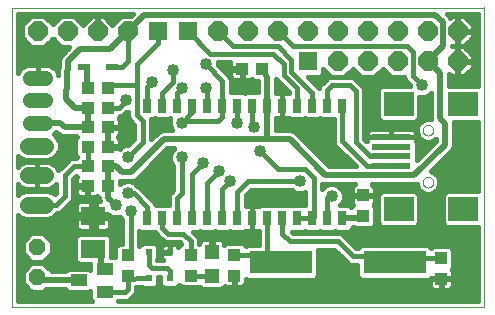
<source format=gtl>
G75*
G70*
%OFA0B0*%
%FSLAX24Y24*%
%IPPOS*%
%LPD*%
%AMOC8*
5,1,8,0,0,1.08239X$1,22.5*
%
%ADD10C,0.0000*%
%ADD11R,0.0300X0.0500*%
%ADD12R,0.2100X0.0760*%
%ADD13R,0.0394X0.0433*%
%ADD14R,0.0433X0.0394*%
%ADD15R,0.0472X0.0472*%
%ADD16C,0.0560*%
%ADD17R,0.0413X0.0197*%
%ADD18OC8,0.0560*%
%ADD19C,0.0516*%
%ADD20R,0.0640X0.0640*%
%ADD21OC8,0.0640*%
%ADD22R,0.0551X0.0394*%
%ADD23R,0.0787X0.0630*%
%ADD24R,0.0236X0.0236*%
%ADD25R,0.0984X0.0787*%
%ADD26R,0.1299X0.0197*%
%ADD27C,0.0160*%
%ADD28C,0.0400*%
%ADD29C,0.0200*%
D10*
X001678Y005413D02*
X001678Y015410D01*
X017403Y015410D01*
X017403Y015411D01*
X017403Y015410D02*
X017403Y005413D01*
X017403Y005411D01*
X017403Y005413D02*
X001678Y005413D01*
X015376Y009585D02*
X015378Y009611D01*
X015384Y009637D01*
X015394Y009662D01*
X015407Y009685D01*
X015423Y009705D01*
X015443Y009723D01*
X015465Y009738D01*
X015488Y009750D01*
X015514Y009758D01*
X015540Y009762D01*
X015566Y009762D01*
X015592Y009758D01*
X015618Y009750D01*
X015642Y009738D01*
X015663Y009723D01*
X015683Y009705D01*
X015699Y009685D01*
X015712Y009662D01*
X015722Y009637D01*
X015728Y009611D01*
X015730Y009585D01*
X015728Y009559D01*
X015722Y009533D01*
X015712Y009508D01*
X015699Y009485D01*
X015683Y009465D01*
X015663Y009447D01*
X015641Y009432D01*
X015618Y009420D01*
X015592Y009412D01*
X015566Y009408D01*
X015540Y009408D01*
X015514Y009412D01*
X015488Y009420D01*
X015464Y009432D01*
X015443Y009447D01*
X015423Y009465D01*
X015407Y009485D01*
X015394Y009508D01*
X015384Y009533D01*
X015378Y009559D01*
X015376Y009585D01*
X015376Y011318D02*
X015378Y011344D01*
X015384Y011370D01*
X015394Y011395D01*
X015407Y011418D01*
X015423Y011438D01*
X015443Y011456D01*
X015465Y011471D01*
X015488Y011483D01*
X015514Y011491D01*
X015540Y011495D01*
X015566Y011495D01*
X015592Y011491D01*
X015618Y011483D01*
X015642Y011471D01*
X015663Y011456D01*
X015683Y011438D01*
X015699Y011418D01*
X015712Y011395D01*
X015722Y011370D01*
X015728Y011344D01*
X015730Y011318D01*
X015728Y011292D01*
X015722Y011266D01*
X015712Y011241D01*
X015699Y011218D01*
X015683Y011198D01*
X015663Y011180D01*
X015641Y011165D01*
X015618Y011153D01*
X015592Y011145D01*
X015566Y011141D01*
X015540Y011141D01*
X015514Y011145D01*
X015488Y011153D01*
X015464Y011165D01*
X015443Y011180D01*
X015423Y011198D01*
X015407Y011218D01*
X015394Y011241D01*
X015384Y011266D01*
X015378Y011292D01*
X015376Y011318D01*
D11*
X012693Y012143D03*
X012193Y012143D03*
X011693Y012143D03*
X011193Y012143D03*
X010693Y012143D03*
X010193Y012143D03*
X009693Y012143D03*
X009193Y012143D03*
X008693Y012143D03*
X008193Y012143D03*
X007693Y012143D03*
X007193Y012143D03*
X006693Y012143D03*
X006193Y012143D03*
X006193Y008380D03*
X006693Y008380D03*
X007193Y008380D03*
X007693Y008380D03*
X008193Y008380D03*
X008693Y008380D03*
X009193Y008380D03*
X009693Y008380D03*
X010193Y008380D03*
X010693Y008380D03*
X011193Y008380D03*
X011693Y008380D03*
X012193Y008380D03*
X012693Y008380D03*
D12*
X014443Y006911D03*
X010643Y006911D03*
D13*
X009093Y007146D03*
X009093Y006477D03*
X013393Y008477D03*
X013393Y009146D03*
X015993Y007046D03*
X015993Y006377D03*
X004877Y010111D03*
X004208Y010111D03*
X004208Y012061D03*
X004208Y012711D03*
X004877Y012711D03*
X004877Y012061D03*
D14*
X004877Y011411D03*
X004877Y010761D03*
X004208Y010761D03*
X004208Y011411D03*
X004208Y009461D03*
X004877Y009461D03*
X005543Y007146D03*
X005543Y006477D03*
X007643Y006477D03*
X007643Y007146D03*
X009358Y013361D03*
X010027Y013361D03*
D15*
X008343Y007275D03*
X008343Y006448D03*
D16*
X002792Y008828D02*
X002232Y008828D01*
X002232Y009812D02*
X002792Y009812D01*
X002792Y010796D02*
X002232Y010796D01*
D17*
X004070Y013411D03*
X005015Y013411D03*
D18*
X002523Y007411D03*
X002523Y006411D03*
D19*
X002286Y011563D02*
X002801Y011563D01*
X002801Y012311D02*
X002286Y012311D01*
X002286Y013063D02*
X002801Y013063D01*
D20*
X006543Y014611D03*
X007543Y014611D03*
X011543Y013611D03*
D21*
X012543Y013611D03*
X013543Y013611D03*
X014543Y013611D03*
X015543Y013611D03*
X016543Y013611D03*
X016543Y014611D03*
X015543Y014611D03*
X014543Y014611D03*
X013543Y014611D03*
X012543Y014611D03*
X011543Y014611D03*
X010543Y014611D03*
X009543Y014611D03*
X008543Y014611D03*
X005543Y014611D03*
X004543Y014611D03*
X003543Y014611D03*
X002543Y014611D03*
D22*
X004776Y006686D03*
X004776Y005937D03*
X003910Y006311D03*
D23*
X004393Y007360D03*
X004393Y008463D03*
D24*
X006243Y007245D03*
X006943Y007245D03*
X006943Y006378D03*
X006243Y006378D03*
D25*
X014569Y008700D03*
X016734Y008700D03*
X016734Y012203D03*
X014569Y012203D03*
D26*
X014332Y011081D03*
X014332Y010766D03*
X014332Y010451D03*
X014332Y010137D03*
X014332Y009822D03*
D27*
X014392Y009522D02*
X015033Y009522D01*
X015153Y009522D01*
X015176Y009531D01*
X015176Y009510D01*
X015233Y009372D01*
X015339Y009266D01*
X015478Y009208D01*
X015628Y009208D01*
X015766Y009266D01*
X015873Y009372D01*
X015930Y009510D01*
X015930Y009660D01*
X015873Y009799D01*
X015766Y009905D01*
X015649Y009954D01*
X016283Y010587D01*
X016367Y010672D01*
X016413Y010782D01*
X016413Y011482D01*
X016413Y011601D01*
X016409Y011610D01*
X017203Y011610D01*
X017203Y009293D01*
X016159Y009293D01*
X016042Y009176D01*
X016042Y008223D01*
X016159Y008106D01*
X017203Y008106D01*
X017203Y005613D01*
X005207Y005613D01*
X005225Y005631D01*
X005499Y005631D01*
X005601Y005674D01*
X005680Y005753D01*
X005780Y005853D01*
X005823Y005956D01*
X005823Y006067D01*
X005823Y006080D01*
X005842Y006080D01*
X005860Y006098D01*
X005980Y006098D01*
X006004Y006098D01*
X006042Y006060D01*
X006444Y006060D01*
X006561Y006177D01*
X006561Y006431D01*
X006625Y006431D01*
X006625Y006177D01*
X006742Y006060D01*
X007144Y006060D01*
X007253Y006170D01*
X007343Y006080D01*
X007942Y006080D01*
X007949Y006087D01*
X008024Y006012D01*
X008662Y006012D01*
X008776Y006126D01*
X008785Y006116D01*
X008826Y006093D01*
X008872Y006080D01*
X009074Y006080D01*
X009074Y006458D01*
X009111Y006458D01*
X009111Y006080D01*
X009313Y006080D01*
X009359Y006093D01*
X009400Y006116D01*
X009434Y006150D01*
X009457Y006191D01*
X009470Y006237D01*
X009470Y006372D01*
X009510Y006331D01*
X011776Y006331D01*
X011893Y006449D01*
X011893Y007331D01*
X012427Y007331D01*
X012805Y006953D01*
X012884Y006874D01*
X012987Y006831D01*
X013193Y006831D01*
X013193Y006449D01*
X013310Y006331D01*
X015576Y006331D01*
X015639Y006395D01*
X015974Y006395D01*
X015974Y006358D01*
X016011Y006358D01*
X016011Y005980D01*
X016213Y005980D01*
X016259Y005993D01*
X016300Y006016D01*
X016334Y006050D01*
X016357Y006091D01*
X016370Y006137D01*
X016370Y006358D01*
X016011Y006358D01*
X016011Y006395D01*
X016370Y006395D01*
X016370Y006617D01*
X016357Y006663D01*
X016338Y006696D01*
X016390Y006747D01*
X016390Y007346D01*
X016273Y007463D01*
X015713Y007463D01*
X015659Y007408D01*
X015576Y007491D01*
X013310Y007491D01*
X013210Y007391D01*
X013159Y007391D01*
X012701Y007849D01*
X012599Y007891D01*
X012487Y007891D01*
X011059Y007891D01*
X011021Y007930D01*
X011426Y007930D01*
X011443Y007947D01*
X011460Y007930D01*
X011926Y007930D01*
X011943Y007947D01*
X011960Y007930D01*
X012426Y007930D01*
X012443Y007947D01*
X012460Y007930D01*
X012926Y007930D01*
X013043Y008047D01*
X013043Y008080D01*
X013094Y008080D01*
X013113Y008060D01*
X013673Y008060D01*
X013790Y008177D01*
X013790Y008507D01*
X013790Y008509D01*
X013790Y008512D01*
X013790Y008776D01*
X013738Y008827D01*
X013757Y008860D01*
X013770Y008906D01*
X013770Y009128D01*
X013411Y009128D01*
X013411Y009165D01*
X013770Y009165D01*
X013770Y009386D01*
X013757Y009432D01*
X013734Y009473D01*
X013700Y009507D01*
X013674Y009522D01*
X014392Y009522D01*
X013994Y009293D02*
X013876Y009176D01*
X013876Y008223D01*
X013994Y008106D01*
X015144Y008106D01*
X015261Y008223D01*
X015261Y009176D01*
X015144Y009293D01*
X013994Y009293D01*
X013975Y009275D02*
X013770Y009275D01*
X013770Y009117D02*
X013876Y009117D01*
X013876Y008958D02*
X013770Y008958D01*
X013766Y008799D02*
X013876Y008799D01*
X013876Y008641D02*
X013790Y008641D01*
X013790Y008482D02*
X013876Y008482D01*
X013876Y008324D02*
X013790Y008324D01*
X013777Y008165D02*
X013934Y008165D01*
X013451Y008480D02*
X013393Y008477D01*
X013047Y008827D02*
X012996Y008776D01*
X012996Y008759D01*
X012926Y008830D01*
X012627Y008830D01*
X012682Y008885D01*
X012743Y009032D01*
X012743Y009191D01*
X012682Y009338D01*
X012569Y009451D01*
X012422Y009511D01*
X012263Y009511D01*
X012116Y009451D01*
X012023Y009357D01*
X012023Y009542D01*
X012073Y009522D01*
X013111Y009522D01*
X013085Y009507D01*
X013052Y009473D01*
X013028Y009432D01*
X013016Y009386D01*
X013016Y009165D01*
X013374Y009165D01*
X013374Y009128D01*
X013016Y009128D01*
X013016Y008906D01*
X013028Y008860D01*
X013047Y008827D01*
X013019Y008799D02*
X012956Y008799D01*
X013016Y008958D02*
X012712Y008958D01*
X012743Y009117D02*
X013016Y009117D01*
X013016Y009275D02*
X012708Y009275D01*
X012586Y009434D02*
X013029Y009434D01*
X013757Y009434D02*
X015207Y009434D01*
X015162Y009275D02*
X015330Y009275D01*
X015261Y009117D02*
X016042Y009117D01*
X016042Y008958D02*
X015261Y008958D01*
X015261Y008799D02*
X016042Y008799D01*
X016042Y008641D02*
X015261Y008641D01*
X015261Y008482D02*
X016042Y008482D01*
X016042Y008324D02*
X015261Y008324D01*
X015203Y008165D02*
X016099Y008165D01*
X016363Y007373D02*
X017203Y007373D01*
X017203Y007531D02*
X013019Y007531D01*
X012861Y007690D02*
X017203Y007690D01*
X017203Y007848D02*
X012702Y007848D01*
X012543Y007611D02*
X013043Y007111D01*
X014243Y007111D01*
X014443Y006911D01*
X014877Y007046D01*
X015993Y007046D01*
X016390Y007055D02*
X017203Y007055D01*
X017203Y006897D02*
X016390Y006897D01*
X016381Y006738D02*
X017203Y006738D01*
X017203Y006580D02*
X016370Y006580D01*
X016370Y006421D02*
X017203Y006421D01*
X017203Y006263D02*
X016370Y006263D01*
X016361Y006104D02*
X017203Y006104D01*
X017203Y005946D02*
X005819Y005946D01*
X005714Y005787D02*
X017203Y005787D01*
X017203Y005629D02*
X005222Y005629D01*
X005443Y005911D02*
X004802Y005911D01*
X004776Y005937D01*
X004345Y005613D02*
X001878Y005613D01*
X001878Y008504D01*
X001960Y008421D01*
X002137Y008348D01*
X002888Y008348D01*
X003064Y008421D01*
X003191Y008548D01*
X003215Y008548D01*
X003318Y008590D01*
X003601Y008874D01*
X003680Y008953D01*
X003723Y009056D01*
X003723Y009696D01*
X003825Y009798D01*
X003851Y009772D01*
X003848Y009769D01*
X003824Y009728D01*
X003812Y009682D01*
X003812Y009480D01*
X004189Y009480D01*
X004189Y009443D01*
X003812Y009443D01*
X003812Y009241D01*
X003824Y009195D01*
X003848Y009154D01*
X003881Y009121D01*
X003922Y009097D01*
X003968Y009085D01*
X004190Y009085D01*
X004190Y009443D01*
X004227Y009443D01*
X004227Y009085D01*
X004448Y009085D01*
X004494Y009097D01*
X004527Y009116D01*
X004577Y009065D01*
X004577Y009017D01*
X004602Y008958D01*
X003682Y008958D01*
X003723Y009117D02*
X003888Y009117D01*
X003812Y009275D02*
X003723Y009275D01*
X003723Y009434D02*
X003812Y009434D01*
X003812Y009592D02*
X003723Y009592D01*
X003778Y009751D02*
X003837Y009751D01*
X003743Y010111D02*
X004208Y010111D01*
X004208Y010761D01*
X003792Y010702D02*
X003272Y010702D01*
X003272Y010701D02*
X003272Y010892D01*
X003199Y011068D01*
X003076Y011191D01*
X003149Y011263D01*
X003167Y011263D01*
X003273Y011157D01*
X003383Y011111D01*
X003503Y011111D01*
X003812Y011111D01*
X003837Y011086D01*
X003792Y011041D01*
X003792Y010482D01*
X003837Y010436D01*
X003811Y010411D01*
X003811Y010391D01*
X003687Y010391D01*
X003584Y010349D01*
X003505Y010270D01*
X003220Y009984D01*
X003219Y009989D01*
X003186Y010053D01*
X003143Y010112D01*
X003092Y010163D01*
X003033Y010205D01*
X002969Y010238D01*
X002900Y010261D01*
X002829Y010272D01*
X002513Y010272D01*
X002513Y009812D01*
X002512Y009812D01*
X002512Y010272D01*
X002196Y010272D01*
X002125Y010261D01*
X002056Y010238D01*
X001991Y010205D01*
X001933Y010163D01*
X001881Y010112D01*
X001878Y010106D01*
X001878Y010472D01*
X001960Y010389D01*
X002137Y010316D01*
X002888Y010316D01*
X003064Y010389D01*
X003199Y010524D01*
X003272Y010701D01*
X003272Y010861D02*
X003792Y010861D01*
X003792Y011019D02*
X003220Y011019D01*
X003252Y011178D02*
X003090Y011178D01*
X003207Y010543D02*
X003792Y010543D01*
X003671Y010385D02*
X003054Y010385D01*
X002992Y010226D02*
X003462Y010226D01*
X003303Y010068D02*
X003175Y010068D01*
X003443Y009811D02*
X003743Y010111D01*
X003443Y009811D02*
X003443Y009111D01*
X003159Y008828D01*
X002512Y008828D01*
X002512Y009352D02*
X002196Y009352D01*
X002125Y009363D01*
X002056Y009386D01*
X001991Y009419D01*
X001933Y009461D01*
X001881Y009512D01*
X001878Y009518D01*
X001878Y009152D01*
X001960Y009235D01*
X002137Y009308D01*
X002888Y009308D01*
X003064Y009235D01*
X003117Y009182D01*
X003163Y009227D01*
X003163Y009539D01*
X003143Y009512D01*
X003092Y009461D01*
X003033Y009419D01*
X002969Y009386D01*
X002900Y009363D01*
X002829Y009352D01*
X002513Y009352D01*
X002513Y009812D01*
X002512Y009812D01*
X002512Y009352D01*
X002512Y009434D02*
X002513Y009434D01*
X002512Y009592D02*
X002513Y009592D01*
X002512Y009751D02*
X002513Y009751D01*
X002512Y009909D02*
X002513Y009909D01*
X002512Y010068D02*
X002513Y010068D01*
X002512Y010226D02*
X002513Y010226D01*
X002032Y010226D02*
X001878Y010226D01*
X001878Y010385D02*
X001971Y010385D01*
X001970Y009434D02*
X001878Y009434D01*
X001878Y009275D02*
X002058Y009275D01*
X001899Y008482D02*
X001878Y008482D01*
X001878Y008324D02*
X003819Y008324D01*
X003819Y008385D02*
X003819Y008124D01*
X003831Y008078D01*
X003855Y008037D01*
X003889Y008004D01*
X003930Y007980D01*
X003975Y007968D01*
X004315Y007968D01*
X004315Y008385D01*
X003819Y008385D01*
X003819Y008540D02*
X004315Y008540D01*
X004315Y008385D01*
X004470Y008385D01*
X004470Y007968D01*
X004810Y007968D01*
X004856Y007980D01*
X004897Y008004D01*
X004931Y008037D01*
X004954Y008078D01*
X004966Y008124D01*
X004966Y008385D01*
X004471Y008385D01*
X004471Y008540D01*
X004848Y008540D01*
X004916Y008472D01*
X005063Y008411D01*
X005222Y008411D01*
X005282Y008436D01*
X005304Y008385D01*
X005363Y008326D01*
X005363Y007543D01*
X005243Y007543D01*
X005126Y007426D01*
X005126Y007082D01*
X004986Y007082D01*
X004986Y007758D01*
X004869Y007875D01*
X003916Y007875D01*
X003799Y007758D01*
X003799Y006962D01*
X003916Y006845D01*
X004300Y006845D01*
X004300Y006676D01*
X004268Y006708D01*
X003551Y006708D01*
X003454Y006611D01*
X003002Y006611D01*
X002722Y006891D01*
X002324Y006891D01*
X002043Y006610D01*
X002043Y006213D01*
X002324Y005931D01*
X002722Y005931D01*
X002802Y006011D01*
X003454Y006011D01*
X003551Y005915D01*
X004268Y005915D01*
X004300Y005947D01*
X004300Y005658D01*
X004345Y005613D01*
X004329Y005629D02*
X001878Y005629D01*
X001878Y005787D02*
X004300Y005787D01*
X004299Y005946D02*
X004300Y005946D01*
X003520Y005946D02*
X002736Y005946D01*
X002310Y005946D02*
X001878Y005946D01*
X001878Y006104D02*
X002151Y006104D01*
X002043Y006263D02*
X001878Y006263D01*
X001878Y006421D02*
X002043Y006421D01*
X002043Y006580D02*
X001878Y006580D01*
X001878Y006738D02*
X002171Y006738D01*
X002324Y006931D02*
X002722Y006931D01*
X003003Y007213D01*
X003003Y007610D01*
X002722Y007891D01*
X002324Y007891D01*
X002043Y007610D01*
X002043Y007213D01*
X002324Y006931D01*
X002200Y007055D02*
X001878Y007055D01*
X001878Y006897D02*
X003865Y006897D01*
X003799Y007055D02*
X002846Y007055D01*
X003003Y007214D02*
X003799Y007214D01*
X003799Y007373D02*
X003003Y007373D01*
X003003Y007531D02*
X003799Y007531D01*
X003799Y007690D02*
X002923Y007690D01*
X002765Y007848D02*
X003889Y007848D01*
X003886Y008007D02*
X001878Y008007D01*
X001878Y008165D02*
X003819Y008165D01*
X003819Y008540D02*
X003819Y008801D01*
X003831Y008847D01*
X003855Y008888D01*
X003889Y008922D01*
X003930Y008945D01*
X003975Y008958D01*
X004315Y008958D01*
X004315Y008540D01*
X004470Y008540D01*
X004470Y008958D01*
X004602Y008958D01*
X004470Y008799D02*
X004315Y008799D01*
X004315Y008641D02*
X004470Y008641D01*
X004471Y008482D02*
X004906Y008482D01*
X004966Y008324D02*
X005363Y008324D01*
X005363Y008165D02*
X004966Y008165D01*
X004900Y008007D02*
X005363Y008007D01*
X005363Y007848D02*
X004896Y007848D01*
X004986Y007690D02*
X005363Y007690D01*
X005232Y007531D02*
X004986Y007531D01*
X004986Y007373D02*
X005126Y007373D01*
X005126Y007214D02*
X004986Y007214D01*
X005543Y007146D02*
X005643Y007086D01*
X005643Y008611D01*
X006193Y008761D02*
X005743Y009211D01*
X005543Y009211D01*
X005850Y009470D02*
X005901Y009449D01*
X005980Y009370D01*
X006430Y008920D01*
X006468Y008830D01*
X006913Y008830D01*
X006913Y009006D01*
X006913Y009117D01*
X006955Y009220D01*
X007063Y009327D01*
X007063Y010126D01*
X007004Y010185D01*
X006943Y010332D01*
X006943Y010491D01*
X007004Y010638D01*
X007077Y010711D01*
X006867Y010711D01*
X005813Y009657D01*
X005703Y009611D01*
X005583Y009611D01*
X005294Y009611D01*
X005294Y009528D01*
X005316Y009551D01*
X005463Y009611D01*
X005622Y009611D01*
X005769Y009551D01*
X005850Y009470D01*
X005917Y009434D02*
X007063Y009434D01*
X007063Y009592D02*
X005669Y009592D01*
X005417Y009592D02*
X005294Y009592D01*
X005906Y009751D02*
X007063Y009751D01*
X007063Y009909D02*
X006065Y009909D01*
X006223Y010068D02*
X007063Y010068D01*
X006987Y010226D02*
X006382Y010226D01*
X006540Y010385D02*
X006943Y010385D01*
X006965Y010543D02*
X006699Y010543D01*
X006858Y010702D02*
X007068Y010702D01*
X007343Y010411D02*
X007343Y009211D01*
X007193Y009061D01*
X007193Y008380D01*
X007393Y007861D02*
X006893Y007861D01*
X006693Y008061D01*
X006693Y008380D01*
X006193Y008380D02*
X006193Y008761D01*
X006392Y008958D02*
X006913Y008958D01*
X006913Y009117D02*
X006234Y009117D01*
X006075Y009275D02*
X007010Y009275D01*
X007693Y009861D02*
X008043Y010211D01*
X007693Y009861D02*
X007693Y008380D01*
X007721Y007930D02*
X007926Y007930D01*
X007943Y007947D01*
X007960Y007930D01*
X008426Y007930D01*
X008443Y007947D01*
X008460Y007930D01*
X008926Y007930D01*
X008943Y007947D01*
X008960Y007930D01*
X009426Y007930D01*
X009464Y007968D01*
X009473Y007962D01*
X009519Y007950D01*
X009693Y007950D01*
X009867Y007950D01*
X009912Y007962D01*
X009913Y007962D01*
X009913Y007491D01*
X009510Y007491D01*
X009477Y007458D01*
X009373Y007563D01*
X008813Y007563D01*
X008759Y007509D01*
X008759Y007535D01*
X008747Y007581D01*
X008723Y007622D01*
X008690Y007655D01*
X008649Y007679D01*
X008603Y007691D01*
X008381Y007691D01*
X008381Y007313D01*
X008305Y007313D01*
X008305Y007691D01*
X008083Y007691D01*
X008037Y007679D01*
X007996Y007655D01*
X007963Y007622D01*
X007939Y007581D01*
X007929Y007543D01*
X007923Y007543D01*
X007923Y007667D01*
X007880Y007770D01*
X007801Y007849D01*
X007721Y007930D01*
X007802Y007848D02*
X009913Y007848D01*
X009913Y007690D02*
X008608Y007690D01*
X008759Y007531D02*
X008782Y007531D01*
X008381Y007531D02*
X008305Y007531D01*
X008305Y007373D02*
X008381Y007373D01*
X008381Y007690D02*
X008305Y007690D01*
X008078Y007690D02*
X007914Y007690D01*
X007643Y007611D02*
X007643Y007146D01*
X007329Y007529D02*
X007229Y007429D01*
X007229Y007432D01*
X007205Y007473D01*
X007171Y007507D01*
X007130Y007530D01*
X007085Y007543D01*
X006943Y007543D01*
X006943Y007245D01*
X006943Y007245D01*
X006943Y007543D01*
X006801Y007543D01*
X006755Y007530D01*
X006714Y007507D01*
X006681Y007473D01*
X006657Y007432D01*
X006645Y007386D01*
X006645Y007245D01*
X006942Y007245D01*
X006942Y007244D01*
X006645Y007244D01*
X006645Y007103D01*
X006657Y007057D01*
X006681Y007016D01*
X006705Y006991D01*
X006523Y006991D01*
X006523Y007005D01*
X006561Y007044D01*
X006561Y007446D01*
X006444Y007563D01*
X006042Y007563D01*
X005932Y007453D01*
X005923Y007462D01*
X005923Y007967D01*
X005960Y007930D01*
X006426Y007930D01*
X006439Y007943D01*
X006455Y007903D01*
X006655Y007703D01*
X006734Y007624D01*
X006837Y007581D01*
X007277Y007581D01*
X007329Y007529D01*
X007327Y007531D02*
X007128Y007531D01*
X006943Y007531D02*
X006943Y007531D01*
X006943Y007373D02*
X006943Y007373D01*
X006758Y007531D02*
X006475Y007531D01*
X006561Y007373D02*
X006645Y007373D01*
X006645Y007214D02*
X006561Y007214D01*
X006561Y007055D02*
X006658Y007055D01*
X006843Y006711D02*
X006343Y006711D01*
X006243Y006811D01*
X006243Y007245D01*
X006010Y007531D02*
X005923Y007531D01*
X005923Y007690D02*
X006669Y007690D01*
X006510Y007848D02*
X005923Y007848D01*
X006843Y006711D02*
X006943Y006611D01*
X006943Y006378D01*
X006625Y006421D02*
X006561Y006421D01*
X006561Y006263D02*
X006625Y006263D01*
X006698Y006104D02*
X006488Y006104D01*
X006243Y006378D02*
X005976Y006378D01*
X005627Y006377D01*
X005543Y006477D01*
X005543Y006011D01*
X005443Y005911D01*
X004300Y006738D02*
X002875Y006738D01*
X002043Y007214D02*
X001878Y007214D01*
X001878Y007373D02*
X002043Y007373D01*
X002043Y007531D02*
X001878Y007531D01*
X001878Y007690D02*
X002122Y007690D01*
X002281Y007848D02*
X001878Y007848D01*
X003126Y008482D02*
X004315Y008482D01*
X004315Y008324D02*
X004470Y008324D01*
X004470Y008165D02*
X004315Y008165D01*
X004315Y008007D02*
X004470Y008007D01*
X003819Y008641D02*
X003368Y008641D01*
X003527Y008799D02*
X003819Y008799D01*
X004190Y009117D02*
X004227Y009117D01*
X004227Y009275D02*
X004190Y009275D01*
X004190Y009434D02*
X004227Y009434D01*
X003163Y009434D02*
X003054Y009434D01*
X002967Y009275D02*
X003163Y009275D01*
X004859Y010780D02*
X004859Y011035D01*
X004859Y011393D01*
X004896Y011393D01*
X004896Y011430D01*
X005274Y011430D01*
X005274Y011632D01*
X005262Y011678D01*
X005238Y011719D01*
X005235Y011722D01*
X005274Y011762D01*
X005274Y011781D01*
X005299Y011781D01*
X005401Y011824D01*
X005489Y011911D01*
X005552Y011911D01*
X005563Y011916D01*
X005563Y011756D01*
X005605Y011653D01*
X005268Y011653D01*
X005274Y011495D02*
X005763Y011495D01*
X005763Y011496D02*
X005763Y011027D01*
X005547Y010811D01*
X005463Y010811D01*
X005316Y010751D01*
X005274Y010708D01*
X005274Y010743D01*
X004896Y010743D01*
X004896Y010780D01*
X004859Y010780D01*
X004877Y010761D02*
X004877Y011411D01*
X004896Y011393D02*
X004896Y011138D01*
X004896Y010780D01*
X005274Y010780D01*
X005274Y010982D01*
X005262Y011028D01*
X005238Y011069D01*
X005220Y011086D01*
X005238Y011104D01*
X005262Y011145D01*
X005274Y011191D01*
X005274Y011393D01*
X004896Y011393D01*
X004896Y011336D02*
X004859Y011336D01*
X004859Y011178D02*
X004896Y011178D01*
X004896Y011019D02*
X004859Y011019D01*
X004859Y010861D02*
X004896Y010861D01*
X005274Y010861D02*
X005596Y010861D01*
X005754Y011019D02*
X005264Y011019D01*
X005270Y011178D02*
X005763Y011178D01*
X005763Y011336D02*
X005274Y011336D01*
X005605Y011653D02*
X005684Y011574D01*
X005763Y011496D01*
X006043Y011611D02*
X005843Y011811D01*
X005843Y012811D01*
X005843Y013511D01*
X006543Y014211D01*
X006543Y014611D01*
X007543Y014611D02*
X008293Y013861D01*
X010393Y013861D01*
X010743Y013511D01*
X010743Y013161D01*
X011193Y012711D01*
X011193Y012143D01*
X010922Y011731D02*
X010960Y011693D01*
X011426Y011693D01*
X011443Y011711D01*
X011460Y011693D01*
X011926Y011693D01*
X011943Y011711D01*
X011960Y011693D01*
X012413Y011693D01*
X012413Y011017D01*
X012413Y010906D01*
X012455Y010803D01*
X013137Y010122D01*
X012257Y010122D01*
X011197Y011181D01*
X011197Y011181D01*
X011113Y011266D01*
X011003Y011311D01*
X010493Y011311D01*
X010493Y011720D01*
X010519Y011713D01*
X010693Y011713D01*
X010867Y011713D01*
X010912Y011726D01*
X010922Y011731D01*
X010693Y011713D02*
X010693Y012143D01*
X010693Y012143D01*
X010693Y011713D01*
X010693Y011812D02*
X010693Y011812D01*
X010693Y011970D02*
X010693Y011970D01*
X010693Y012129D02*
X010693Y012129D01*
X010693Y012144D02*
X010693Y012573D01*
X010693Y012144D01*
X010693Y012144D01*
X010693Y012287D02*
X010693Y012287D01*
X010693Y012446D02*
X010693Y012446D01*
X010693Y012573D02*
X010519Y012573D01*
X010493Y012566D01*
X010493Y013034D01*
X010505Y013003D01*
X010584Y012924D01*
X010913Y012596D01*
X010913Y012561D01*
X010912Y012561D01*
X010867Y012573D01*
X010693Y012573D01*
X010745Y012763D02*
X010493Y012763D01*
X010493Y012604D02*
X010904Y012604D01*
X010587Y012922D02*
X010493Y012922D01*
X010993Y013261D02*
X010993Y013661D01*
X010543Y014111D01*
X009043Y014111D01*
X008543Y014611D01*
X008543Y013581D02*
X008962Y013581D01*
X008962Y013380D01*
X009339Y013380D01*
X009339Y013343D01*
X008962Y013343D01*
X008962Y013141D01*
X008974Y013095D01*
X008998Y013054D01*
X009031Y013021D01*
X009072Y012997D01*
X009118Y012985D01*
X009340Y012985D01*
X009340Y013343D01*
X009377Y013343D01*
X009377Y012985D01*
X009598Y012985D01*
X009644Y012997D01*
X009677Y013016D01*
X009728Y012965D01*
X009893Y012965D01*
X009893Y012593D01*
X009460Y012593D01*
X009443Y012576D01*
X009426Y012593D01*
X008973Y012593D01*
X008973Y012906D01*
X008973Y013017D01*
X008930Y013120D01*
X008543Y013507D01*
X008543Y013581D01*
X008543Y013556D02*
X008962Y013556D01*
X008962Y013397D02*
X008653Y013397D01*
X008812Y013239D02*
X008962Y013239D01*
X008947Y013080D02*
X008983Y013080D01*
X008973Y012922D02*
X009893Y012922D01*
X009893Y012763D02*
X008973Y012763D01*
X008973Y012604D02*
X009893Y012604D01*
X009693Y012143D02*
X009693Y011461D01*
X009743Y011411D01*
X009193Y011561D02*
X009193Y012143D01*
X008693Y012143D02*
X008693Y011761D01*
X008543Y011611D01*
X007393Y011611D01*
X007343Y011561D01*
X007693Y011911D01*
X007693Y012143D01*
X008193Y012143D02*
X008193Y012611D01*
X008143Y012711D01*
X008693Y012961D02*
X008693Y012143D01*
X008693Y012961D02*
X008143Y013511D01*
X007343Y012711D02*
X007193Y012561D01*
X007193Y012143D01*
X006943Y011711D02*
X006960Y011693D01*
X006965Y011693D01*
X006943Y011641D01*
X006943Y011482D01*
X007004Y011335D01*
X007027Y011311D01*
X006803Y011311D01*
X006683Y011311D01*
X006573Y011266D01*
X006323Y011016D01*
X006323Y011556D01*
X006323Y011667D01*
X006312Y011693D01*
X006426Y011693D01*
X006443Y011711D01*
X006460Y011693D01*
X006926Y011693D01*
X006943Y011711D01*
X006948Y011653D02*
X006323Y011653D01*
X006323Y011495D02*
X006943Y011495D01*
X007003Y011336D02*
X006323Y011336D01*
X006323Y011178D02*
X006485Y011178D01*
X006326Y011019D02*
X006323Y011019D01*
X006043Y010911D02*
X005543Y010411D01*
X006043Y010911D02*
X006043Y011611D01*
X005563Y011812D02*
X005372Y011812D01*
X005243Y012061D02*
X005443Y012261D01*
X005443Y012281D01*
X005473Y012311D01*
X005243Y012061D02*
X004877Y012061D01*
X004843Y012611D02*
X005043Y012811D01*
X005843Y012811D01*
X006193Y012761D02*
X006343Y012911D01*
X006193Y012761D02*
X006193Y012143D01*
X006693Y012143D02*
X006693Y012561D01*
X007043Y012911D01*
X007043Y013311D01*
X005543Y013611D02*
X005543Y014611D01*
X005179Y014983D02*
X004879Y014983D01*
X004750Y015111D02*
X004563Y015111D01*
X004563Y014632D01*
X004523Y014632D01*
X004523Y015111D01*
X004336Y015111D01*
X004057Y014833D01*
X003758Y015131D01*
X003327Y015131D01*
X003043Y014847D01*
X002758Y015131D01*
X002327Y015131D01*
X002023Y014827D01*
X002023Y014396D01*
X002327Y014091D01*
X002758Y014091D01*
X003043Y014376D01*
X003327Y014091D01*
X003599Y014091D01*
X003335Y013828D01*
X003296Y013791D01*
X003293Y013786D01*
X003289Y013781D01*
X003268Y013732D01*
X003245Y013683D01*
X003245Y013677D01*
X003243Y013671D01*
X003243Y013617D01*
X003225Y013176D01*
X003207Y013231D01*
X003176Y013293D01*
X003135Y013349D01*
X003087Y013397D01*
X003234Y013397D01*
X003087Y013397D02*
X003031Y013438D01*
X002969Y013469D01*
X002904Y013490D01*
X002836Y013501D01*
X002544Y013501D01*
X002544Y013064D01*
X002543Y013064D01*
X002543Y013501D01*
X002251Y013501D01*
X002183Y013490D01*
X002118Y013469D01*
X002056Y013438D01*
X002001Y013397D01*
X001952Y013349D01*
X001911Y013293D01*
X001880Y013231D01*
X001878Y013224D01*
X001878Y015210D01*
X005717Y015210D01*
X005639Y015131D01*
X005327Y015131D01*
X005029Y014833D01*
X004750Y015111D01*
X004563Y014983D02*
X004523Y014983D01*
X004523Y014824D02*
X004563Y014824D01*
X004563Y014666D02*
X004523Y014666D01*
X004207Y014983D02*
X003907Y014983D01*
X003179Y014983D02*
X002907Y014983D01*
X003015Y014348D02*
X003070Y014348D01*
X003229Y014190D02*
X002857Y014190D01*
X003380Y013873D02*
X001878Y013873D01*
X001878Y014031D02*
X003539Y014031D01*
X003260Y013714D02*
X001878Y013714D01*
X001878Y013556D02*
X003240Y013556D01*
X003228Y013239D02*
X003203Y013239D01*
X002544Y013239D02*
X002543Y013239D01*
X002543Y013397D02*
X002544Y013397D01*
X002543Y013080D02*
X002544Y013080D01*
X002000Y013397D02*
X001878Y013397D01*
X001878Y013239D02*
X001884Y013239D01*
X001878Y014190D02*
X002229Y014190D01*
X002070Y014348D02*
X001878Y014348D01*
X001878Y014507D02*
X002023Y014507D01*
X002023Y014666D02*
X001878Y014666D01*
X001878Y014824D02*
X002023Y014824D01*
X001878Y014983D02*
X002179Y014983D01*
X001878Y015141D02*
X005648Y015141D01*
X005543Y013611D02*
X005343Y013411D01*
X005015Y013411D01*
X004877Y012711D02*
X004843Y012611D01*
X004208Y012711D02*
X004183Y012726D01*
X004208Y011411D02*
X004169Y011363D01*
X007393Y007861D02*
X007643Y007611D01*
X008193Y008380D02*
X008193Y009561D01*
X008593Y009961D01*
X008943Y009611D02*
X008693Y009361D01*
X008693Y008380D01*
X009193Y008380D02*
X009193Y009261D01*
X009543Y009611D01*
X011293Y009611D01*
X011007Y009331D02*
X011066Y009272D01*
X011213Y009211D01*
X011372Y009211D01*
X011463Y009249D01*
X011463Y008830D01*
X011460Y008830D01*
X011443Y008812D01*
X011426Y008830D01*
X010960Y008830D01*
X010943Y008812D01*
X010926Y008830D01*
X010460Y008830D01*
X010443Y008812D01*
X010426Y008830D01*
X009960Y008830D01*
X009922Y008792D01*
X009912Y008797D01*
X009867Y008810D01*
X009693Y008810D01*
X009693Y008380D01*
X009693Y008380D01*
X009693Y008810D01*
X009519Y008810D01*
X009473Y008797D01*
X009473Y009146D01*
X009659Y009331D01*
X011007Y009331D01*
X011064Y009275D02*
X009602Y009275D01*
X009473Y009117D02*
X011463Y009117D01*
X011463Y008958D02*
X009473Y008958D01*
X009473Y008799D02*
X009481Y008799D01*
X009473Y008797D02*
X009473Y008797D01*
X009693Y008799D02*
X009693Y008799D01*
X009693Y008641D02*
X009693Y008641D01*
X009693Y008482D02*
X009693Y008482D01*
X009693Y008379D02*
X009693Y007950D01*
X009693Y008379D01*
X009693Y008379D01*
X009693Y008324D02*
X009693Y008324D01*
X009693Y008165D02*
X009693Y008165D01*
X009693Y008007D02*
X009693Y008007D01*
X009913Y007531D02*
X009404Y007531D01*
X009093Y007146D02*
X010143Y007146D01*
X010193Y007196D01*
X010193Y008380D01*
X009930Y008799D02*
X009904Y008799D01*
X010693Y008380D02*
X010693Y007861D01*
X010943Y007611D01*
X012543Y007611D01*
X012544Y007214D02*
X011893Y007214D01*
X011893Y007055D02*
X012703Y007055D01*
X012861Y006897D02*
X011893Y006897D01*
X011893Y006738D02*
X013193Y006738D01*
X013193Y006580D02*
X011893Y006580D01*
X011865Y006421D02*
X013220Y006421D01*
X013003Y008007D02*
X017203Y008007D01*
X017203Y007214D02*
X016390Y007214D01*
X015974Y006358D02*
X015616Y006358D01*
X015616Y006137D01*
X015628Y006091D01*
X015652Y006050D01*
X015685Y006016D01*
X015726Y005993D01*
X015772Y005980D01*
X015974Y005980D01*
X015974Y006358D01*
X015974Y006263D02*
X016011Y006263D01*
X016011Y006104D02*
X015974Y006104D01*
X015625Y006104D02*
X009379Y006104D01*
X009470Y006263D02*
X015616Y006263D01*
X015776Y009275D02*
X016141Y009275D01*
X015898Y009434D02*
X017203Y009434D01*
X017203Y009592D02*
X015930Y009592D01*
X015893Y009751D02*
X017203Y009751D01*
X017203Y009909D02*
X015756Y009909D01*
X015763Y010068D02*
X017203Y010068D01*
X017203Y010226D02*
X015922Y010226D01*
X016080Y010385D02*
X017203Y010385D01*
X017203Y010543D02*
X016239Y010543D01*
X016380Y010702D02*
X017203Y010702D01*
X017203Y010861D02*
X016413Y010861D01*
X016413Y011019D02*
X017203Y011019D01*
X017203Y011178D02*
X016413Y011178D01*
X016413Y011336D02*
X017203Y011336D01*
X017203Y011495D02*
X016413Y011495D01*
X015813Y011044D02*
X015813Y010966D01*
X015182Y010335D01*
X015182Y010585D01*
X015182Y010948D01*
X015162Y010968D01*
X015162Y011081D01*
X014333Y011081D01*
X014333Y011082D01*
X015162Y011082D01*
X015162Y011204D01*
X015150Y011249D01*
X015126Y011290D01*
X015092Y011324D01*
X015051Y011348D01*
X015006Y011360D01*
X014333Y011360D01*
X014333Y011082D01*
X014332Y011082D01*
X014332Y011360D01*
X013659Y011360D01*
X013613Y011348D01*
X013572Y011324D01*
X013539Y011290D01*
X013515Y011249D01*
X013503Y011204D01*
X013503Y011082D01*
X014332Y011082D01*
X014332Y011081D01*
X013503Y011081D01*
X013503Y010968D01*
X013493Y010958D01*
X013423Y011027D01*
X013423Y012667D01*
X013380Y012770D01*
X013301Y012849D01*
X013180Y012970D01*
X013101Y013049D01*
X012999Y013091D01*
X012287Y013091D01*
X012184Y013049D01*
X012105Y012970D01*
X011955Y012820D01*
X011919Y012731D01*
X011559Y013091D01*
X011946Y013091D01*
X012063Y013209D01*
X012063Y013356D01*
X012327Y013091D01*
X012758Y013091D01*
X013043Y013376D01*
X013327Y013091D01*
X013758Y013091D01*
X014043Y013376D01*
X014327Y013091D01*
X014758Y013091D01*
X014763Y013096D01*
X014763Y013056D01*
X014805Y012953D01*
X014943Y012816D01*
X014943Y012797D01*
X013994Y012797D01*
X013876Y012680D01*
X013876Y011727D01*
X013994Y011610D01*
X015144Y011610D01*
X015261Y011727D01*
X015261Y012413D01*
X015263Y012411D01*
X015422Y012411D01*
X015569Y012472D01*
X015643Y012546D01*
X015643Y011771D01*
X015643Y011689D01*
X015628Y011695D01*
X015478Y011695D01*
X015339Y011637D01*
X015233Y011531D01*
X015176Y011393D01*
X015176Y011243D01*
X015233Y011104D01*
X015339Y010998D01*
X015478Y010940D01*
X015628Y010940D01*
X015766Y010998D01*
X015813Y011044D01*
X015813Y011019D02*
X015788Y011019D01*
X015708Y010861D02*
X015182Y010861D01*
X015182Y010702D02*
X015549Y010702D01*
X015391Y010543D02*
X015182Y010543D01*
X015182Y010385D02*
X015232Y010385D01*
X015162Y011019D02*
X015318Y011019D01*
X015203Y011178D02*
X015162Y011178D01*
X015176Y011336D02*
X015071Y011336D01*
X015218Y011495D02*
X013423Y011495D01*
X013423Y011653D02*
X013950Y011653D01*
X013876Y011812D02*
X013423Y011812D01*
X013423Y011970D02*
X013876Y011970D01*
X013876Y012129D02*
X013423Y012129D01*
X013423Y012287D02*
X013876Y012287D01*
X013876Y012446D02*
X013423Y012446D01*
X013423Y012604D02*
X013876Y012604D01*
X013959Y012763D02*
X013383Y012763D01*
X013229Y012922D02*
X014837Y012922D01*
X014763Y013080D02*
X013026Y013080D01*
X012905Y013239D02*
X013180Y013239D01*
X012943Y012811D02*
X012343Y012811D01*
X012193Y012661D01*
X012193Y012143D01*
X011693Y012143D02*
X011693Y012561D01*
X010993Y013261D01*
X011570Y013080D02*
X012260Y013080D01*
X012180Y013239D02*
X012063Y013239D01*
X012057Y012922D02*
X011729Y012922D01*
X011887Y012763D02*
X011932Y012763D01*
X012693Y012143D02*
X012693Y010961D01*
X013518Y010137D01*
X014332Y010137D01*
X014332Y010451D02*
X013603Y010451D01*
X013143Y010911D01*
X013143Y012611D01*
X012943Y012811D01*
X013905Y013239D02*
X014180Y013239D01*
X015043Y013911D02*
X014843Y014111D01*
X011043Y014111D01*
X010543Y014611D01*
X009377Y013239D02*
X009340Y013239D01*
X009340Y013080D02*
X009377Y013080D01*
X010493Y011653D02*
X012413Y011653D01*
X012413Y011495D02*
X010493Y011495D01*
X010493Y011336D02*
X012413Y011336D01*
X012413Y011178D02*
X011201Y011178D01*
X011359Y011019D02*
X012413Y011019D01*
X012432Y010861D02*
X011518Y010861D01*
X011677Y010702D02*
X012556Y010702D01*
X012715Y010543D02*
X011835Y010543D01*
X011994Y010385D02*
X012873Y010385D01*
X013032Y010226D02*
X012152Y010226D01*
X011743Y009711D02*
X011743Y008430D01*
X011693Y008380D01*
X011193Y008380D01*
X011693Y008380D02*
X011693Y008411D01*
X011693Y008380D02*
X011693Y008361D01*
X012193Y008380D02*
X012193Y009061D01*
X012343Y009111D01*
X012099Y009434D02*
X012023Y009434D01*
X011743Y009711D02*
X011443Y010011D01*
X010543Y010011D01*
X009943Y010611D01*
X010143Y007146D02*
X010408Y007146D01*
X010643Y006911D01*
X009111Y006421D02*
X009074Y006421D01*
X009074Y006263D02*
X009111Y006263D01*
X009111Y006104D02*
X009074Y006104D01*
X008806Y006104D02*
X008754Y006104D01*
X008343Y006448D02*
X008264Y006477D01*
X007643Y006477D01*
X007319Y006104D02*
X007188Y006104D01*
X013431Y011019D02*
X013503Y011019D01*
X013503Y011178D02*
X013423Y011178D01*
X013423Y011336D02*
X013594Y011336D01*
X014332Y011336D02*
X014333Y011336D01*
X014332Y011178D02*
X014333Y011178D01*
X015187Y011653D02*
X015378Y011653D01*
X015261Y011812D02*
X015643Y011812D01*
X015643Y011970D02*
X015261Y011970D01*
X015261Y012129D02*
X015643Y012129D01*
X015643Y012287D02*
X015261Y012287D01*
X015506Y012446D02*
X015643Y012446D01*
X015343Y012811D02*
X015043Y013111D01*
X015043Y013911D01*
X016343Y014111D02*
X016523Y014111D01*
X016343Y014111D01*
X016343Y014111D01*
X016523Y014111D02*
X016523Y014591D01*
X016563Y014591D01*
X016563Y014111D01*
X016563Y013632D01*
X016523Y013632D01*
X016523Y014111D01*
X016563Y014111D02*
X016750Y014111D01*
X016563Y014111D01*
X016563Y014190D02*
X016523Y014190D01*
X016523Y014348D02*
X016563Y014348D01*
X016563Y014507D02*
X016523Y014507D01*
X016563Y014591D02*
X016563Y014631D01*
X017043Y014631D01*
X017043Y014819D01*
X016750Y015111D01*
X016563Y015111D01*
X016563Y014632D01*
X016523Y014632D01*
X016523Y015111D01*
X016336Y015111D01*
X016300Y015075D01*
X016297Y015081D01*
X016213Y015166D01*
X016169Y015210D01*
X017203Y015210D01*
X017203Y012797D01*
X016243Y012797D01*
X016243Y013152D01*
X016243Y013204D01*
X016336Y013111D01*
X016523Y013111D01*
X016523Y013591D01*
X016563Y013591D01*
X016563Y013111D01*
X016750Y013111D01*
X017043Y013404D01*
X017043Y013591D01*
X016563Y013591D01*
X016563Y013631D01*
X017043Y013631D01*
X017043Y013819D01*
X016750Y014111D01*
X017043Y014404D01*
X017043Y014591D01*
X016563Y014591D01*
X016563Y014666D02*
X016523Y014666D01*
X016523Y014824D02*
X016563Y014824D01*
X016563Y014983D02*
X016523Y014983D01*
X016237Y015141D02*
X017203Y015141D01*
X017203Y014983D02*
X016879Y014983D01*
X017037Y014824D02*
X017203Y014824D01*
X017203Y014666D02*
X017043Y014666D01*
X017043Y014507D02*
X017203Y014507D01*
X017203Y014348D02*
X016987Y014348D01*
X016828Y014190D02*
X017203Y014190D01*
X017203Y014031D02*
X016830Y014031D01*
X016989Y013873D02*
X017203Y013873D01*
X017203Y013714D02*
X017043Y013714D01*
X017043Y013556D02*
X017203Y013556D01*
X017203Y013397D02*
X017036Y013397D01*
X016877Y013239D02*
X017203Y013239D01*
X017203Y013080D02*
X016243Y013080D01*
X016243Y012922D02*
X017203Y012922D01*
X016563Y013239D02*
X016523Y013239D01*
X016523Y013397D02*
X016563Y013397D01*
X016563Y013556D02*
X016523Y013556D01*
X016523Y013714D02*
X016563Y013714D01*
X016563Y013873D02*
X016523Y013873D01*
X016523Y014031D02*
X016563Y014031D01*
D28*
X015343Y012811D03*
X013813Y011491D03*
X012673Y010291D03*
X012343Y009111D03*
X011253Y009051D03*
X011293Y009611D03*
X009943Y010611D03*
X009743Y011411D03*
X009193Y011561D03*
X009663Y012741D03*
X010623Y012701D03*
X008143Y012711D03*
X007343Y012711D03*
X007043Y013311D03*
X006343Y012911D03*
X005473Y012311D03*
X006493Y011531D03*
X007343Y011561D03*
X007343Y010411D03*
X006773Y010461D03*
X006893Y009541D03*
X008043Y010211D03*
X008593Y009961D03*
X008943Y009611D03*
X008793Y007761D03*
X009643Y007711D03*
X008693Y005791D03*
X007343Y005811D03*
X005943Y005811D03*
X006213Y007781D03*
X005643Y008611D03*
X005143Y008811D03*
X005543Y009211D03*
X005143Y008211D03*
X005143Y007711D03*
X003643Y007811D03*
X003243Y006811D03*
X003243Y005811D03*
X002043Y005811D03*
X002043Y006911D03*
X002043Y007911D03*
X003343Y010411D03*
X005493Y011001D03*
X005543Y010411D03*
X008143Y013511D03*
X003113Y013991D03*
X002013Y014001D03*
X012283Y005821D03*
X015443Y008311D03*
X016643Y007411D03*
X016743Y005831D03*
X016093Y009831D03*
D29*
X015093Y009822D02*
X016113Y010841D01*
X016113Y011541D01*
X015943Y011711D01*
X015943Y013211D01*
X015543Y013611D01*
X016043Y014111D01*
X016043Y014911D01*
X015793Y015161D01*
X006093Y015161D01*
X005543Y014611D01*
X004943Y014011D01*
X003943Y014011D01*
X003543Y013611D01*
X003493Y012361D01*
X003793Y012061D01*
X004208Y012061D01*
X004208Y011411D01*
X003443Y011411D01*
X003291Y011563D01*
X002544Y011563D01*
X004183Y012726D02*
X004183Y013399D01*
X004070Y013411D01*
X006743Y011011D02*
X005643Y009911D01*
X005343Y009911D01*
X005143Y010111D01*
X004877Y010111D01*
X004917Y010186D01*
X004877Y009886D01*
X004877Y009461D01*
X004877Y009077D01*
X005143Y008811D01*
X004643Y007360D02*
X004393Y007360D01*
X004643Y007360D02*
X004643Y006811D01*
X004669Y006786D01*
X004776Y006686D01*
X003910Y006311D02*
X002643Y006311D01*
X002543Y006411D01*
X002523Y006411D01*
X006743Y011011D02*
X010193Y011011D01*
X010943Y011011D01*
X012133Y009822D01*
X014332Y009822D01*
X015093Y009822D01*
X013485Y008530D02*
X013393Y008477D01*
X013335Y008380D01*
X012693Y008380D01*
X010193Y011011D02*
X010193Y012143D01*
X010193Y013086D01*
X010027Y013361D01*
M02*

</source>
